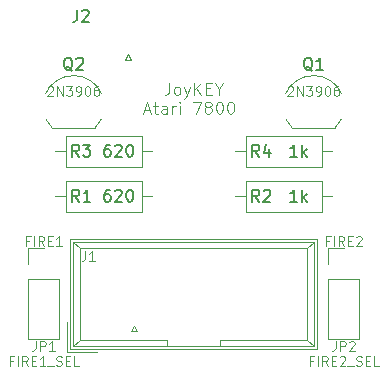
<source format=gto>
G04 #@! TF.GenerationSoftware,KiCad,Pcbnew,(5.1.8)-1*
G04 #@! TF.CreationDate,2021-01-08T23:45:19+01:00*
G04 #@! TF.ProjectId,Atari 7800,41746172-6920-4373-9830-302e6b696361,rev?*
G04 #@! TF.SameCoordinates,Original*
G04 #@! TF.FileFunction,Legend,Top*
G04 #@! TF.FilePolarity,Positive*
%FSLAX46Y46*%
G04 Gerber Fmt 4.6, Leading zero omitted, Abs format (unit mm)*
G04 Created by KiCad (PCBNEW (5.1.8)-1) date 2021-01-08 23:45:19*
%MOMM*%
%LPD*%
G01*
G04 APERTURE LIST*
%ADD10C,0.100000*%
%ADD11C,0.120000*%
%ADD12C,0.150000*%
G04 APERTURE END LIST*
D10*
X128320952Y-83762857D02*
X128054285Y-83762857D01*
X128054285Y-84181904D02*
X128054285Y-83381904D01*
X128435238Y-83381904D01*
X128740000Y-84181904D02*
X128740000Y-83381904D01*
X129578095Y-84181904D02*
X129311428Y-83800952D01*
X129120952Y-84181904D02*
X129120952Y-83381904D01*
X129425714Y-83381904D01*
X129501904Y-83420000D01*
X129540000Y-83458095D01*
X129578095Y-83534285D01*
X129578095Y-83648571D01*
X129540000Y-83724761D01*
X129501904Y-83762857D01*
X129425714Y-83800952D01*
X129120952Y-83800952D01*
X129920952Y-83762857D02*
X130187619Y-83762857D01*
X130301904Y-84181904D02*
X129920952Y-84181904D01*
X129920952Y-83381904D01*
X130301904Y-83381904D01*
X131063809Y-84181904D02*
X130606666Y-84181904D01*
X130835238Y-84181904D02*
X130835238Y-83381904D01*
X130759047Y-83496190D01*
X130682857Y-83572380D01*
X130606666Y-83610476D01*
X153720952Y-83762857D02*
X153454285Y-83762857D01*
X153454285Y-84181904D02*
X153454285Y-83381904D01*
X153835238Y-83381904D01*
X154140000Y-84181904D02*
X154140000Y-83381904D01*
X154978095Y-84181904D02*
X154711428Y-83800952D01*
X154520952Y-84181904D02*
X154520952Y-83381904D01*
X154825714Y-83381904D01*
X154901904Y-83420000D01*
X154940000Y-83458095D01*
X154978095Y-83534285D01*
X154978095Y-83648571D01*
X154940000Y-83724761D01*
X154901904Y-83762857D01*
X154825714Y-83800952D01*
X154520952Y-83800952D01*
X155320952Y-83762857D02*
X155587619Y-83762857D01*
X155701904Y-84181904D02*
X155320952Y-84181904D01*
X155320952Y-83381904D01*
X155701904Y-83381904D01*
X156006666Y-83458095D02*
X156044761Y-83420000D01*
X156120952Y-83381904D01*
X156311428Y-83381904D01*
X156387619Y-83420000D01*
X156425714Y-83458095D01*
X156463809Y-83534285D01*
X156463809Y-83610476D01*
X156425714Y-83724761D01*
X155968571Y-84181904D01*
X156463809Y-84181904D01*
X140168571Y-70407380D02*
X140168571Y-71121666D01*
X140120952Y-71264523D01*
X140025714Y-71359761D01*
X139882857Y-71407380D01*
X139787619Y-71407380D01*
X140787619Y-71407380D02*
X140692380Y-71359761D01*
X140644761Y-71312142D01*
X140597142Y-71216904D01*
X140597142Y-70931190D01*
X140644761Y-70835952D01*
X140692380Y-70788333D01*
X140787619Y-70740714D01*
X140930476Y-70740714D01*
X141025714Y-70788333D01*
X141073333Y-70835952D01*
X141120952Y-70931190D01*
X141120952Y-71216904D01*
X141073333Y-71312142D01*
X141025714Y-71359761D01*
X140930476Y-71407380D01*
X140787619Y-71407380D01*
X141454285Y-70740714D02*
X141692380Y-71407380D01*
X141930476Y-70740714D02*
X141692380Y-71407380D01*
X141597142Y-71645476D01*
X141549523Y-71693095D01*
X141454285Y-71740714D01*
X142311428Y-71407380D02*
X142311428Y-70407380D01*
X142882857Y-71407380D02*
X142454285Y-70835952D01*
X142882857Y-70407380D02*
X142311428Y-70978809D01*
X143311428Y-70883571D02*
X143644761Y-70883571D01*
X143787619Y-71407380D02*
X143311428Y-71407380D01*
X143311428Y-70407380D01*
X143787619Y-70407380D01*
X144406666Y-70931190D02*
X144406666Y-71407380D01*
X144073333Y-70407380D02*
X144406666Y-70931190D01*
X144740000Y-70407380D01*
X138049523Y-72721666D02*
X138525714Y-72721666D01*
X137954285Y-73007380D02*
X138287619Y-72007380D01*
X138620952Y-73007380D01*
X138811428Y-72340714D02*
X139192380Y-72340714D01*
X138954285Y-72007380D02*
X138954285Y-72864523D01*
X139001904Y-72959761D01*
X139097142Y-73007380D01*
X139192380Y-73007380D01*
X139954285Y-73007380D02*
X139954285Y-72483571D01*
X139906666Y-72388333D01*
X139811428Y-72340714D01*
X139620952Y-72340714D01*
X139525714Y-72388333D01*
X139954285Y-72959761D02*
X139859047Y-73007380D01*
X139620952Y-73007380D01*
X139525714Y-72959761D01*
X139478095Y-72864523D01*
X139478095Y-72769285D01*
X139525714Y-72674047D01*
X139620952Y-72626428D01*
X139859047Y-72626428D01*
X139954285Y-72578809D01*
X140430476Y-73007380D02*
X140430476Y-72340714D01*
X140430476Y-72531190D02*
X140478095Y-72435952D01*
X140525714Y-72388333D01*
X140620952Y-72340714D01*
X140716190Y-72340714D01*
X141049523Y-73007380D02*
X141049523Y-72340714D01*
X141049523Y-72007380D02*
X141001904Y-72055000D01*
X141049523Y-72102619D01*
X141097142Y-72055000D01*
X141049523Y-72007380D01*
X141049523Y-72102619D01*
X142192380Y-72007380D02*
X142859047Y-72007380D01*
X142430476Y-73007380D01*
X143382857Y-72435952D02*
X143287619Y-72388333D01*
X143240000Y-72340714D01*
X143192380Y-72245476D01*
X143192380Y-72197857D01*
X143240000Y-72102619D01*
X143287619Y-72055000D01*
X143382857Y-72007380D01*
X143573333Y-72007380D01*
X143668571Y-72055000D01*
X143716190Y-72102619D01*
X143763809Y-72197857D01*
X143763809Y-72245476D01*
X143716190Y-72340714D01*
X143668571Y-72388333D01*
X143573333Y-72435952D01*
X143382857Y-72435952D01*
X143287619Y-72483571D01*
X143240000Y-72531190D01*
X143192380Y-72626428D01*
X143192380Y-72816904D01*
X143240000Y-72912142D01*
X143287619Y-72959761D01*
X143382857Y-73007380D01*
X143573333Y-73007380D01*
X143668571Y-72959761D01*
X143716190Y-72912142D01*
X143763809Y-72816904D01*
X143763809Y-72626428D01*
X143716190Y-72531190D01*
X143668571Y-72483571D01*
X143573333Y-72435952D01*
X144382857Y-72007380D02*
X144478095Y-72007380D01*
X144573333Y-72055000D01*
X144620952Y-72102619D01*
X144668571Y-72197857D01*
X144716190Y-72388333D01*
X144716190Y-72626428D01*
X144668571Y-72816904D01*
X144620952Y-72912142D01*
X144573333Y-72959761D01*
X144478095Y-73007380D01*
X144382857Y-73007380D01*
X144287619Y-72959761D01*
X144240000Y-72912142D01*
X144192380Y-72816904D01*
X144144761Y-72626428D01*
X144144761Y-72388333D01*
X144192380Y-72197857D01*
X144240000Y-72102619D01*
X144287619Y-72055000D01*
X144382857Y-72007380D01*
X145335238Y-72007380D02*
X145430476Y-72007380D01*
X145525714Y-72055000D01*
X145573333Y-72102619D01*
X145620952Y-72197857D01*
X145668571Y-72388333D01*
X145668571Y-72626428D01*
X145620952Y-72816904D01*
X145573333Y-72912142D01*
X145525714Y-72959761D01*
X145430476Y-73007380D01*
X145335238Y-73007380D01*
X145240000Y-72959761D01*
X145192380Y-72912142D01*
X145144761Y-72816904D01*
X145097142Y-72626428D01*
X145097142Y-72388333D01*
X145144761Y-72197857D01*
X145192380Y-72102619D01*
X145240000Y-72055000D01*
X145335238Y-72007380D01*
D11*
X136715500Y-68000425D02*
X136965500Y-68433438D01*
X136465500Y-68433438D02*
X136715500Y-68000425D01*
X136965500Y-68433438D02*
X136465500Y-68433438D01*
X130280000Y-74240000D02*
X133880000Y-74240000D01*
X134404184Y-73512795D02*
G75*
G02*
X133880000Y-74240000I-2324184J1122795D01*
G01*
X134436400Y-71291193D02*
G75*
G03*
X132080000Y-69790000I-2356400J-1098807D01*
G01*
X129723600Y-71291193D02*
G75*
G02*
X132080000Y-69790000I2356400J-1098807D01*
G01*
X129755816Y-73512795D02*
G75*
G03*
X130280000Y-74240000I2324184J1122795D01*
G01*
X153610000Y-84395000D02*
X154940000Y-84395000D01*
X153610000Y-85725000D02*
X153610000Y-84395000D01*
X153610000Y-86995000D02*
X156270000Y-86995000D01*
X156270000Y-86995000D02*
X156270000Y-92135000D01*
X153610000Y-86995000D02*
X153610000Y-92135000D01*
X153610000Y-92135000D02*
X156270000Y-92135000D01*
D10*
X132060000Y-83840000D02*
X152420000Y-83840000D01*
X132600000Y-84390000D02*
X151860000Y-84390000D01*
X132060000Y-92690000D02*
X152420000Y-92690000D01*
X132600000Y-92140000D02*
X139990000Y-92140000D01*
X144490000Y-92140000D02*
X151860000Y-92140000D01*
X139990000Y-92140000D02*
X139990000Y-92690000D01*
X144490000Y-92140000D02*
X144490000Y-92690000D01*
X132060000Y-83840000D02*
X132060000Y-92690000D01*
X132600000Y-84390000D02*
X132600000Y-92140000D01*
X152420000Y-83840000D02*
X152420000Y-92690000D01*
X151860000Y-84390000D02*
X151860000Y-92140000D01*
X132060000Y-83840000D02*
X132600000Y-84390000D01*
X152420000Y-83840000D02*
X151860000Y-84390000D01*
X132060000Y-92690000D02*
X132600000Y-92140000D01*
X152420000Y-92690000D02*
X151860000Y-92140000D01*
D11*
X131810000Y-83590000D02*
X152670000Y-83590000D01*
X152670000Y-83590000D02*
X152670000Y-92940000D01*
X152670000Y-92940000D02*
X131810000Y-92940000D01*
X131810000Y-92940000D02*
X131810000Y-83590000D01*
X131560000Y-93190000D02*
X134100000Y-93190000D01*
X131560000Y-93190000D02*
X131560000Y-90650000D01*
X137223500Y-90987425D02*
X137473500Y-91420438D01*
X136973500Y-91420438D02*
X137223500Y-90987425D01*
X137473500Y-91420438D02*
X136973500Y-91420438D01*
X128210000Y-92135000D02*
X130870000Y-92135000D01*
X128210000Y-86995000D02*
X128210000Y-92135000D01*
X130870000Y-86995000D02*
X130870000Y-92135000D01*
X128210000Y-86995000D02*
X130870000Y-86995000D01*
X128210000Y-85725000D02*
X128210000Y-84395000D01*
X128210000Y-84395000D02*
X129540000Y-84395000D01*
X150600000Y-74240000D02*
X154200000Y-74240000D01*
X150075816Y-73512795D02*
G75*
G03*
X150600000Y-74240000I2324184J1122795D01*
G01*
X150043600Y-71291193D02*
G75*
G02*
X152400000Y-69790000I2356400J-1098807D01*
G01*
X154756400Y-71291193D02*
G75*
G03*
X152400000Y-69790000I-2356400J-1098807D01*
G01*
X154724184Y-73512795D02*
G75*
G02*
X154200000Y-74240000I-2324184J1122795D01*
G01*
X131410000Y-78700000D02*
X131410000Y-81320000D01*
X131410000Y-81320000D02*
X137830000Y-81320000D01*
X137830000Y-81320000D02*
X137830000Y-78700000D01*
X137830000Y-78700000D02*
X131410000Y-78700000D01*
X130520000Y-80010000D02*
X131410000Y-80010000D01*
X138720000Y-80010000D02*
X137830000Y-80010000D01*
X153960000Y-80010000D02*
X153070000Y-80010000D01*
X145760000Y-80010000D02*
X146650000Y-80010000D01*
X153070000Y-78700000D02*
X146650000Y-78700000D01*
X153070000Y-81320000D02*
X153070000Y-78700000D01*
X146650000Y-81320000D02*
X153070000Y-81320000D01*
X146650000Y-78700000D02*
X146650000Y-81320000D01*
X131410000Y-74890000D02*
X131410000Y-77510000D01*
X131410000Y-77510000D02*
X137830000Y-77510000D01*
X137830000Y-77510000D02*
X137830000Y-74890000D01*
X137830000Y-74890000D02*
X131410000Y-74890000D01*
X130520000Y-76200000D02*
X131410000Y-76200000D01*
X138720000Y-76200000D02*
X137830000Y-76200000D01*
X153960000Y-76200000D02*
X153070000Y-76200000D01*
X145760000Y-76200000D02*
X146650000Y-76200000D01*
X153070000Y-74890000D02*
X146650000Y-74890000D01*
X153070000Y-77510000D02*
X153070000Y-74890000D01*
X146650000Y-77510000D02*
X153070000Y-77510000D01*
X146650000Y-74890000D02*
X146650000Y-77510000D01*
D12*
X132381666Y-64222380D02*
X132381666Y-64936666D01*
X132334047Y-65079523D01*
X132238809Y-65174761D01*
X132095952Y-65222380D01*
X132000714Y-65222380D01*
X132810238Y-64317619D02*
X132857857Y-64270000D01*
X132953095Y-64222380D01*
X133191190Y-64222380D01*
X133286428Y-64270000D01*
X133334047Y-64317619D01*
X133381666Y-64412857D01*
X133381666Y-64508095D01*
X133334047Y-64650952D01*
X132762619Y-65222380D01*
X133381666Y-65222380D01*
X131984761Y-69377619D02*
X131889523Y-69330000D01*
X131794285Y-69234761D01*
X131651428Y-69091904D01*
X131556190Y-69044285D01*
X131460952Y-69044285D01*
X131508571Y-69282380D02*
X131413333Y-69234761D01*
X131318095Y-69139523D01*
X131270476Y-68949047D01*
X131270476Y-68615714D01*
X131318095Y-68425238D01*
X131413333Y-68330000D01*
X131508571Y-68282380D01*
X131699047Y-68282380D01*
X131794285Y-68330000D01*
X131889523Y-68425238D01*
X131937142Y-68615714D01*
X131937142Y-68949047D01*
X131889523Y-69139523D01*
X131794285Y-69234761D01*
X131699047Y-69282380D01*
X131508571Y-69282380D01*
X132318095Y-68377619D02*
X132365714Y-68330000D01*
X132460952Y-68282380D01*
X132699047Y-68282380D01*
X132794285Y-68330000D01*
X132841904Y-68377619D01*
X132889523Y-68472857D01*
X132889523Y-68568095D01*
X132841904Y-68710952D01*
X132270476Y-69282380D01*
X132889523Y-69282380D01*
D10*
X129908571Y-70758095D02*
X129946666Y-70720000D01*
X130022857Y-70681904D01*
X130213333Y-70681904D01*
X130289523Y-70720000D01*
X130327619Y-70758095D01*
X130365714Y-70834285D01*
X130365714Y-70910476D01*
X130327619Y-71024761D01*
X129870476Y-71481904D01*
X130365714Y-71481904D01*
X130708571Y-71481904D02*
X130708571Y-70681904D01*
X131165714Y-71481904D01*
X131165714Y-70681904D01*
X131470476Y-70681904D02*
X131965714Y-70681904D01*
X131699047Y-70986666D01*
X131813333Y-70986666D01*
X131889523Y-71024761D01*
X131927619Y-71062857D01*
X131965714Y-71139047D01*
X131965714Y-71329523D01*
X131927619Y-71405714D01*
X131889523Y-71443809D01*
X131813333Y-71481904D01*
X131584761Y-71481904D01*
X131508571Y-71443809D01*
X131470476Y-71405714D01*
X132346666Y-71481904D02*
X132499047Y-71481904D01*
X132575238Y-71443809D01*
X132613333Y-71405714D01*
X132689523Y-71291428D01*
X132727619Y-71139047D01*
X132727619Y-70834285D01*
X132689523Y-70758095D01*
X132651428Y-70720000D01*
X132575238Y-70681904D01*
X132422857Y-70681904D01*
X132346666Y-70720000D01*
X132308571Y-70758095D01*
X132270476Y-70834285D01*
X132270476Y-71024761D01*
X132308571Y-71100952D01*
X132346666Y-71139047D01*
X132422857Y-71177142D01*
X132575238Y-71177142D01*
X132651428Y-71139047D01*
X132689523Y-71100952D01*
X132727619Y-71024761D01*
X133222857Y-70681904D02*
X133299047Y-70681904D01*
X133375238Y-70720000D01*
X133413333Y-70758095D01*
X133451428Y-70834285D01*
X133489523Y-70986666D01*
X133489523Y-71177142D01*
X133451428Y-71329523D01*
X133413333Y-71405714D01*
X133375238Y-71443809D01*
X133299047Y-71481904D01*
X133222857Y-71481904D01*
X133146666Y-71443809D01*
X133108571Y-71405714D01*
X133070476Y-71329523D01*
X133032380Y-71177142D01*
X133032380Y-70986666D01*
X133070476Y-70834285D01*
X133108571Y-70758095D01*
X133146666Y-70720000D01*
X133222857Y-70681904D01*
X134175238Y-70681904D02*
X134022857Y-70681904D01*
X133946666Y-70720000D01*
X133908571Y-70758095D01*
X133832380Y-70872380D01*
X133794285Y-71024761D01*
X133794285Y-71329523D01*
X133832380Y-71405714D01*
X133870476Y-71443809D01*
X133946666Y-71481904D01*
X134099047Y-71481904D01*
X134175238Y-71443809D01*
X134213333Y-71405714D01*
X134251428Y-71329523D01*
X134251428Y-71139047D01*
X134213333Y-71062857D01*
X134175238Y-71024761D01*
X134099047Y-70986666D01*
X133946666Y-70986666D01*
X133870476Y-71024761D01*
X133832380Y-71062857D01*
X133794285Y-71139047D01*
X154273333Y-92271904D02*
X154273333Y-92843333D01*
X154235238Y-92957619D01*
X154159047Y-93033809D01*
X154044761Y-93071904D01*
X153968571Y-93071904D01*
X154654285Y-93071904D02*
X154654285Y-92271904D01*
X154959047Y-92271904D01*
X155035238Y-92310000D01*
X155073333Y-92348095D01*
X155111428Y-92424285D01*
X155111428Y-92538571D01*
X155073333Y-92614761D01*
X155035238Y-92652857D01*
X154959047Y-92690952D01*
X154654285Y-92690952D01*
X155416190Y-92348095D02*
X155454285Y-92310000D01*
X155530476Y-92271904D01*
X155720952Y-92271904D01*
X155797142Y-92310000D01*
X155835238Y-92348095D01*
X155873333Y-92424285D01*
X155873333Y-92500476D01*
X155835238Y-92614761D01*
X155378095Y-93071904D01*
X155873333Y-93071904D01*
X152349523Y-93922857D02*
X152082857Y-93922857D01*
X152082857Y-94341904D02*
X152082857Y-93541904D01*
X152463809Y-93541904D01*
X152768571Y-94341904D02*
X152768571Y-93541904D01*
X153606666Y-94341904D02*
X153340000Y-93960952D01*
X153149523Y-94341904D02*
X153149523Y-93541904D01*
X153454285Y-93541904D01*
X153530476Y-93580000D01*
X153568571Y-93618095D01*
X153606666Y-93694285D01*
X153606666Y-93808571D01*
X153568571Y-93884761D01*
X153530476Y-93922857D01*
X153454285Y-93960952D01*
X153149523Y-93960952D01*
X153949523Y-93922857D02*
X154216190Y-93922857D01*
X154330476Y-94341904D02*
X153949523Y-94341904D01*
X153949523Y-93541904D01*
X154330476Y-93541904D01*
X154635238Y-93618095D02*
X154673333Y-93580000D01*
X154749523Y-93541904D01*
X154940000Y-93541904D01*
X155016190Y-93580000D01*
X155054285Y-93618095D01*
X155092380Y-93694285D01*
X155092380Y-93770476D01*
X155054285Y-93884761D01*
X154597142Y-94341904D01*
X155092380Y-94341904D01*
X155244761Y-94418095D02*
X155854285Y-94418095D01*
X156006666Y-94303809D02*
X156120952Y-94341904D01*
X156311428Y-94341904D01*
X156387619Y-94303809D01*
X156425714Y-94265714D01*
X156463809Y-94189523D01*
X156463809Y-94113333D01*
X156425714Y-94037142D01*
X156387619Y-93999047D01*
X156311428Y-93960952D01*
X156159047Y-93922857D01*
X156082857Y-93884761D01*
X156044761Y-93846666D01*
X156006666Y-93770476D01*
X156006666Y-93694285D01*
X156044761Y-93618095D01*
X156082857Y-93580000D01*
X156159047Y-93541904D01*
X156349523Y-93541904D01*
X156463809Y-93580000D01*
X156806666Y-93922857D02*
X157073333Y-93922857D01*
X157187619Y-94341904D02*
X156806666Y-94341904D01*
X156806666Y-93541904D01*
X157187619Y-93541904D01*
X157911428Y-94341904D02*
X157530476Y-94341904D01*
X157530476Y-93541904D01*
X133083333Y-84651904D02*
X133083333Y-85223333D01*
X133045238Y-85337619D01*
X132969047Y-85413809D01*
X132854761Y-85451904D01*
X132778571Y-85451904D01*
X133883333Y-85451904D02*
X133426190Y-85451904D01*
X133654761Y-85451904D02*
X133654761Y-84651904D01*
X133578571Y-84766190D01*
X133502380Y-84842380D01*
X133426190Y-84880476D01*
X128873333Y-92271904D02*
X128873333Y-92843333D01*
X128835238Y-92957619D01*
X128759047Y-93033809D01*
X128644761Y-93071904D01*
X128568571Y-93071904D01*
X129254285Y-93071904D02*
X129254285Y-92271904D01*
X129559047Y-92271904D01*
X129635238Y-92310000D01*
X129673333Y-92348095D01*
X129711428Y-92424285D01*
X129711428Y-92538571D01*
X129673333Y-92614761D01*
X129635238Y-92652857D01*
X129559047Y-92690952D01*
X129254285Y-92690952D01*
X130473333Y-93071904D02*
X130016190Y-93071904D01*
X130244761Y-93071904D02*
X130244761Y-92271904D01*
X130168571Y-92386190D01*
X130092380Y-92462380D01*
X130016190Y-92500476D01*
X126949523Y-93922857D02*
X126682857Y-93922857D01*
X126682857Y-94341904D02*
X126682857Y-93541904D01*
X127063809Y-93541904D01*
X127368571Y-94341904D02*
X127368571Y-93541904D01*
X128206666Y-94341904D02*
X127940000Y-93960952D01*
X127749523Y-94341904D02*
X127749523Y-93541904D01*
X128054285Y-93541904D01*
X128130476Y-93580000D01*
X128168571Y-93618095D01*
X128206666Y-93694285D01*
X128206666Y-93808571D01*
X128168571Y-93884761D01*
X128130476Y-93922857D01*
X128054285Y-93960952D01*
X127749523Y-93960952D01*
X128549523Y-93922857D02*
X128816190Y-93922857D01*
X128930476Y-94341904D02*
X128549523Y-94341904D01*
X128549523Y-93541904D01*
X128930476Y-93541904D01*
X129692380Y-94341904D02*
X129235238Y-94341904D01*
X129463809Y-94341904D02*
X129463809Y-93541904D01*
X129387619Y-93656190D01*
X129311428Y-93732380D01*
X129235238Y-93770476D01*
X129844761Y-94418095D02*
X130454285Y-94418095D01*
X130606666Y-94303809D02*
X130720952Y-94341904D01*
X130911428Y-94341904D01*
X130987619Y-94303809D01*
X131025714Y-94265714D01*
X131063809Y-94189523D01*
X131063809Y-94113333D01*
X131025714Y-94037142D01*
X130987619Y-93999047D01*
X130911428Y-93960952D01*
X130759047Y-93922857D01*
X130682857Y-93884761D01*
X130644761Y-93846666D01*
X130606666Y-93770476D01*
X130606666Y-93694285D01*
X130644761Y-93618095D01*
X130682857Y-93580000D01*
X130759047Y-93541904D01*
X130949523Y-93541904D01*
X131063809Y-93580000D01*
X131406666Y-93922857D02*
X131673333Y-93922857D01*
X131787619Y-94341904D02*
X131406666Y-94341904D01*
X131406666Y-93541904D01*
X131787619Y-93541904D01*
X132511428Y-94341904D02*
X132130476Y-94341904D01*
X132130476Y-93541904D01*
D12*
X152304761Y-69377619D02*
X152209523Y-69330000D01*
X152114285Y-69234761D01*
X151971428Y-69091904D01*
X151876190Y-69044285D01*
X151780952Y-69044285D01*
X151828571Y-69282380D02*
X151733333Y-69234761D01*
X151638095Y-69139523D01*
X151590476Y-68949047D01*
X151590476Y-68615714D01*
X151638095Y-68425238D01*
X151733333Y-68330000D01*
X151828571Y-68282380D01*
X152019047Y-68282380D01*
X152114285Y-68330000D01*
X152209523Y-68425238D01*
X152257142Y-68615714D01*
X152257142Y-68949047D01*
X152209523Y-69139523D01*
X152114285Y-69234761D01*
X152019047Y-69282380D01*
X151828571Y-69282380D01*
X153209523Y-69282380D02*
X152638095Y-69282380D01*
X152923809Y-69282380D02*
X152923809Y-68282380D01*
X152828571Y-68425238D01*
X152733333Y-68520476D01*
X152638095Y-68568095D01*
D10*
X150228571Y-70758095D02*
X150266666Y-70720000D01*
X150342857Y-70681904D01*
X150533333Y-70681904D01*
X150609523Y-70720000D01*
X150647619Y-70758095D01*
X150685714Y-70834285D01*
X150685714Y-70910476D01*
X150647619Y-71024761D01*
X150190476Y-71481904D01*
X150685714Y-71481904D01*
X151028571Y-71481904D02*
X151028571Y-70681904D01*
X151485714Y-71481904D01*
X151485714Y-70681904D01*
X151790476Y-70681904D02*
X152285714Y-70681904D01*
X152019047Y-70986666D01*
X152133333Y-70986666D01*
X152209523Y-71024761D01*
X152247619Y-71062857D01*
X152285714Y-71139047D01*
X152285714Y-71329523D01*
X152247619Y-71405714D01*
X152209523Y-71443809D01*
X152133333Y-71481904D01*
X151904761Y-71481904D01*
X151828571Y-71443809D01*
X151790476Y-71405714D01*
X152666666Y-71481904D02*
X152819047Y-71481904D01*
X152895238Y-71443809D01*
X152933333Y-71405714D01*
X153009523Y-71291428D01*
X153047619Y-71139047D01*
X153047619Y-70834285D01*
X153009523Y-70758095D01*
X152971428Y-70720000D01*
X152895238Y-70681904D01*
X152742857Y-70681904D01*
X152666666Y-70720000D01*
X152628571Y-70758095D01*
X152590476Y-70834285D01*
X152590476Y-71024761D01*
X152628571Y-71100952D01*
X152666666Y-71139047D01*
X152742857Y-71177142D01*
X152895238Y-71177142D01*
X152971428Y-71139047D01*
X153009523Y-71100952D01*
X153047619Y-71024761D01*
X153542857Y-70681904D02*
X153619047Y-70681904D01*
X153695238Y-70720000D01*
X153733333Y-70758095D01*
X153771428Y-70834285D01*
X153809523Y-70986666D01*
X153809523Y-71177142D01*
X153771428Y-71329523D01*
X153733333Y-71405714D01*
X153695238Y-71443809D01*
X153619047Y-71481904D01*
X153542857Y-71481904D01*
X153466666Y-71443809D01*
X153428571Y-71405714D01*
X153390476Y-71329523D01*
X153352380Y-71177142D01*
X153352380Y-70986666D01*
X153390476Y-70834285D01*
X153428571Y-70758095D01*
X153466666Y-70720000D01*
X153542857Y-70681904D01*
X154495238Y-70681904D02*
X154342857Y-70681904D01*
X154266666Y-70720000D01*
X154228571Y-70758095D01*
X154152380Y-70872380D01*
X154114285Y-71024761D01*
X154114285Y-71329523D01*
X154152380Y-71405714D01*
X154190476Y-71443809D01*
X154266666Y-71481904D01*
X154419047Y-71481904D01*
X154495238Y-71443809D01*
X154533333Y-71405714D01*
X154571428Y-71329523D01*
X154571428Y-71139047D01*
X154533333Y-71062857D01*
X154495238Y-71024761D01*
X154419047Y-70986666D01*
X154266666Y-70986666D01*
X154190476Y-71024761D01*
X154152380Y-71062857D01*
X154114285Y-71139047D01*
D12*
X132548333Y-80462380D02*
X132215000Y-79986190D01*
X131976904Y-80462380D02*
X131976904Y-79462380D01*
X132357857Y-79462380D01*
X132453095Y-79510000D01*
X132500714Y-79557619D01*
X132548333Y-79652857D01*
X132548333Y-79795714D01*
X132500714Y-79890952D01*
X132453095Y-79938571D01*
X132357857Y-79986190D01*
X131976904Y-79986190D01*
X133500714Y-80462380D02*
X132929285Y-80462380D01*
X133215000Y-80462380D02*
X133215000Y-79462380D01*
X133119761Y-79605238D01*
X133024523Y-79700476D01*
X132929285Y-79748095D01*
X135128095Y-79462380D02*
X134937619Y-79462380D01*
X134842380Y-79510000D01*
X134794761Y-79557619D01*
X134699523Y-79700476D01*
X134651904Y-79890952D01*
X134651904Y-80271904D01*
X134699523Y-80367142D01*
X134747142Y-80414761D01*
X134842380Y-80462380D01*
X135032857Y-80462380D01*
X135128095Y-80414761D01*
X135175714Y-80367142D01*
X135223333Y-80271904D01*
X135223333Y-80033809D01*
X135175714Y-79938571D01*
X135128095Y-79890952D01*
X135032857Y-79843333D01*
X134842380Y-79843333D01*
X134747142Y-79890952D01*
X134699523Y-79938571D01*
X134651904Y-80033809D01*
X135604285Y-79557619D02*
X135651904Y-79510000D01*
X135747142Y-79462380D01*
X135985238Y-79462380D01*
X136080476Y-79510000D01*
X136128095Y-79557619D01*
X136175714Y-79652857D01*
X136175714Y-79748095D01*
X136128095Y-79890952D01*
X135556666Y-80462380D01*
X136175714Y-80462380D01*
X136794761Y-79462380D02*
X136890000Y-79462380D01*
X136985238Y-79510000D01*
X137032857Y-79557619D01*
X137080476Y-79652857D01*
X137128095Y-79843333D01*
X137128095Y-80081428D01*
X137080476Y-80271904D01*
X137032857Y-80367142D01*
X136985238Y-80414761D01*
X136890000Y-80462380D01*
X136794761Y-80462380D01*
X136699523Y-80414761D01*
X136651904Y-80367142D01*
X136604285Y-80271904D01*
X136556666Y-80081428D01*
X136556666Y-79843333D01*
X136604285Y-79652857D01*
X136651904Y-79557619D01*
X136699523Y-79510000D01*
X136794761Y-79462380D01*
X147788333Y-80462380D02*
X147455000Y-79986190D01*
X147216904Y-80462380D02*
X147216904Y-79462380D01*
X147597857Y-79462380D01*
X147693095Y-79510000D01*
X147740714Y-79557619D01*
X147788333Y-79652857D01*
X147788333Y-79795714D01*
X147740714Y-79890952D01*
X147693095Y-79938571D01*
X147597857Y-79986190D01*
X147216904Y-79986190D01*
X148169285Y-79557619D02*
X148216904Y-79510000D01*
X148312142Y-79462380D01*
X148550238Y-79462380D01*
X148645476Y-79510000D01*
X148693095Y-79557619D01*
X148740714Y-79652857D01*
X148740714Y-79748095D01*
X148693095Y-79890952D01*
X148121666Y-80462380D01*
X148740714Y-80462380D01*
X151010952Y-80462380D02*
X150439523Y-80462380D01*
X150725238Y-80462380D02*
X150725238Y-79462380D01*
X150630000Y-79605238D01*
X150534761Y-79700476D01*
X150439523Y-79748095D01*
X151439523Y-80462380D02*
X151439523Y-79462380D01*
X151534761Y-80081428D02*
X151820476Y-80462380D01*
X151820476Y-79795714D02*
X151439523Y-80176666D01*
X132548333Y-76652380D02*
X132215000Y-76176190D01*
X131976904Y-76652380D02*
X131976904Y-75652380D01*
X132357857Y-75652380D01*
X132453095Y-75700000D01*
X132500714Y-75747619D01*
X132548333Y-75842857D01*
X132548333Y-75985714D01*
X132500714Y-76080952D01*
X132453095Y-76128571D01*
X132357857Y-76176190D01*
X131976904Y-76176190D01*
X132881666Y-75652380D02*
X133500714Y-75652380D01*
X133167380Y-76033333D01*
X133310238Y-76033333D01*
X133405476Y-76080952D01*
X133453095Y-76128571D01*
X133500714Y-76223809D01*
X133500714Y-76461904D01*
X133453095Y-76557142D01*
X133405476Y-76604761D01*
X133310238Y-76652380D01*
X133024523Y-76652380D01*
X132929285Y-76604761D01*
X132881666Y-76557142D01*
X135128095Y-75652380D02*
X134937619Y-75652380D01*
X134842380Y-75700000D01*
X134794761Y-75747619D01*
X134699523Y-75890476D01*
X134651904Y-76080952D01*
X134651904Y-76461904D01*
X134699523Y-76557142D01*
X134747142Y-76604761D01*
X134842380Y-76652380D01*
X135032857Y-76652380D01*
X135128095Y-76604761D01*
X135175714Y-76557142D01*
X135223333Y-76461904D01*
X135223333Y-76223809D01*
X135175714Y-76128571D01*
X135128095Y-76080952D01*
X135032857Y-76033333D01*
X134842380Y-76033333D01*
X134747142Y-76080952D01*
X134699523Y-76128571D01*
X134651904Y-76223809D01*
X135604285Y-75747619D02*
X135651904Y-75700000D01*
X135747142Y-75652380D01*
X135985238Y-75652380D01*
X136080476Y-75700000D01*
X136128095Y-75747619D01*
X136175714Y-75842857D01*
X136175714Y-75938095D01*
X136128095Y-76080952D01*
X135556666Y-76652380D01*
X136175714Y-76652380D01*
X136794761Y-75652380D02*
X136890000Y-75652380D01*
X136985238Y-75700000D01*
X137032857Y-75747619D01*
X137080476Y-75842857D01*
X137128095Y-76033333D01*
X137128095Y-76271428D01*
X137080476Y-76461904D01*
X137032857Y-76557142D01*
X136985238Y-76604761D01*
X136890000Y-76652380D01*
X136794761Y-76652380D01*
X136699523Y-76604761D01*
X136651904Y-76557142D01*
X136604285Y-76461904D01*
X136556666Y-76271428D01*
X136556666Y-76033333D01*
X136604285Y-75842857D01*
X136651904Y-75747619D01*
X136699523Y-75700000D01*
X136794761Y-75652380D01*
X147788333Y-76652380D02*
X147455000Y-76176190D01*
X147216904Y-76652380D02*
X147216904Y-75652380D01*
X147597857Y-75652380D01*
X147693095Y-75700000D01*
X147740714Y-75747619D01*
X147788333Y-75842857D01*
X147788333Y-75985714D01*
X147740714Y-76080952D01*
X147693095Y-76128571D01*
X147597857Y-76176190D01*
X147216904Y-76176190D01*
X148645476Y-75985714D02*
X148645476Y-76652380D01*
X148407380Y-75604761D02*
X148169285Y-76319047D01*
X148788333Y-76319047D01*
X151010952Y-76652380D02*
X150439523Y-76652380D01*
X150725238Y-76652380D02*
X150725238Y-75652380D01*
X150630000Y-75795238D01*
X150534761Y-75890476D01*
X150439523Y-75938095D01*
X151439523Y-76652380D02*
X151439523Y-75652380D01*
X151534761Y-76271428D02*
X151820476Y-76652380D01*
X151820476Y-75985714D02*
X151439523Y-76366666D01*
M02*

</source>
